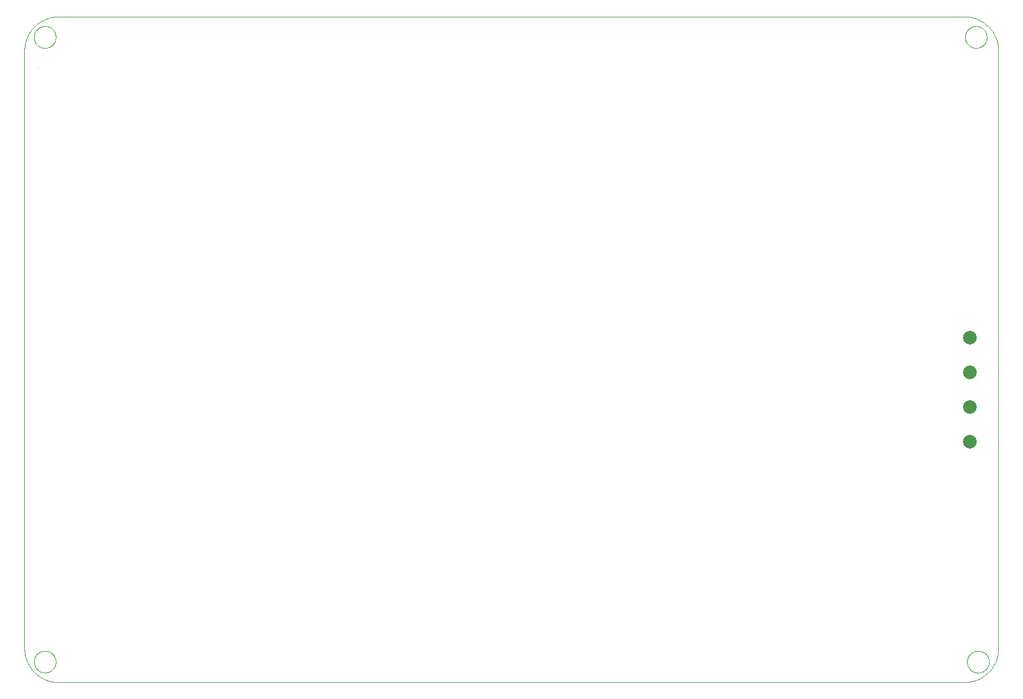
<source format=gtl>
G75*
%MOIN*%
%OFA0B0*%
%FSLAX25Y25*%
%IPPOS*%
%LPD*%
%AMOC8*
5,1,8,0,0,1.08239X$1,22.5*
%
%ADD10C,0.00000*%
%ADD11C,0.00010*%
%ADD12C,0.00079*%
%ADD13C,0.07874*%
D10*
X0043532Y0048863D02*
X0043534Y0049021D01*
X0043540Y0049179D01*
X0043550Y0049337D01*
X0043564Y0049495D01*
X0043582Y0049652D01*
X0043603Y0049809D01*
X0043629Y0049965D01*
X0043659Y0050121D01*
X0043692Y0050276D01*
X0043730Y0050429D01*
X0043771Y0050582D01*
X0043816Y0050734D01*
X0043865Y0050885D01*
X0043918Y0051034D01*
X0043974Y0051182D01*
X0044034Y0051328D01*
X0044098Y0051473D01*
X0044166Y0051616D01*
X0044237Y0051758D01*
X0044311Y0051898D01*
X0044389Y0052035D01*
X0044471Y0052171D01*
X0044555Y0052305D01*
X0044644Y0052436D01*
X0044735Y0052565D01*
X0044830Y0052692D01*
X0044927Y0052817D01*
X0045028Y0052939D01*
X0045132Y0053058D01*
X0045239Y0053175D01*
X0045349Y0053289D01*
X0045462Y0053400D01*
X0045577Y0053509D01*
X0045695Y0053614D01*
X0045816Y0053716D01*
X0045939Y0053816D01*
X0046065Y0053912D01*
X0046193Y0054005D01*
X0046323Y0054095D01*
X0046456Y0054181D01*
X0046591Y0054265D01*
X0046727Y0054344D01*
X0046866Y0054421D01*
X0047007Y0054493D01*
X0047149Y0054563D01*
X0047293Y0054628D01*
X0047439Y0054690D01*
X0047586Y0054748D01*
X0047735Y0054803D01*
X0047885Y0054854D01*
X0048036Y0054901D01*
X0048188Y0054944D01*
X0048341Y0054983D01*
X0048496Y0055019D01*
X0048651Y0055050D01*
X0048807Y0055078D01*
X0048963Y0055102D01*
X0049120Y0055122D01*
X0049278Y0055138D01*
X0049435Y0055150D01*
X0049594Y0055158D01*
X0049752Y0055162D01*
X0049910Y0055162D01*
X0050068Y0055158D01*
X0050227Y0055150D01*
X0050384Y0055138D01*
X0050542Y0055122D01*
X0050699Y0055102D01*
X0050855Y0055078D01*
X0051011Y0055050D01*
X0051166Y0055019D01*
X0051321Y0054983D01*
X0051474Y0054944D01*
X0051626Y0054901D01*
X0051777Y0054854D01*
X0051927Y0054803D01*
X0052076Y0054748D01*
X0052223Y0054690D01*
X0052369Y0054628D01*
X0052513Y0054563D01*
X0052655Y0054493D01*
X0052796Y0054421D01*
X0052935Y0054344D01*
X0053071Y0054265D01*
X0053206Y0054181D01*
X0053339Y0054095D01*
X0053469Y0054005D01*
X0053597Y0053912D01*
X0053723Y0053816D01*
X0053846Y0053716D01*
X0053967Y0053614D01*
X0054085Y0053509D01*
X0054200Y0053400D01*
X0054313Y0053289D01*
X0054423Y0053175D01*
X0054530Y0053058D01*
X0054634Y0052939D01*
X0054735Y0052817D01*
X0054832Y0052692D01*
X0054927Y0052565D01*
X0055018Y0052436D01*
X0055107Y0052305D01*
X0055191Y0052171D01*
X0055273Y0052035D01*
X0055351Y0051898D01*
X0055425Y0051758D01*
X0055496Y0051616D01*
X0055564Y0051473D01*
X0055628Y0051328D01*
X0055688Y0051182D01*
X0055744Y0051034D01*
X0055797Y0050885D01*
X0055846Y0050734D01*
X0055891Y0050582D01*
X0055932Y0050429D01*
X0055970Y0050276D01*
X0056003Y0050121D01*
X0056033Y0049965D01*
X0056059Y0049809D01*
X0056080Y0049652D01*
X0056098Y0049495D01*
X0056112Y0049337D01*
X0056122Y0049179D01*
X0056128Y0049021D01*
X0056130Y0048863D01*
X0056128Y0048705D01*
X0056122Y0048547D01*
X0056112Y0048389D01*
X0056098Y0048231D01*
X0056080Y0048074D01*
X0056059Y0047917D01*
X0056033Y0047761D01*
X0056003Y0047605D01*
X0055970Y0047450D01*
X0055932Y0047297D01*
X0055891Y0047144D01*
X0055846Y0046992D01*
X0055797Y0046841D01*
X0055744Y0046692D01*
X0055688Y0046544D01*
X0055628Y0046398D01*
X0055564Y0046253D01*
X0055496Y0046110D01*
X0055425Y0045968D01*
X0055351Y0045828D01*
X0055273Y0045691D01*
X0055191Y0045555D01*
X0055107Y0045421D01*
X0055018Y0045290D01*
X0054927Y0045161D01*
X0054832Y0045034D01*
X0054735Y0044909D01*
X0054634Y0044787D01*
X0054530Y0044668D01*
X0054423Y0044551D01*
X0054313Y0044437D01*
X0054200Y0044326D01*
X0054085Y0044217D01*
X0053967Y0044112D01*
X0053846Y0044010D01*
X0053723Y0043910D01*
X0053597Y0043814D01*
X0053469Y0043721D01*
X0053339Y0043631D01*
X0053206Y0043545D01*
X0053071Y0043461D01*
X0052935Y0043382D01*
X0052796Y0043305D01*
X0052655Y0043233D01*
X0052513Y0043163D01*
X0052369Y0043098D01*
X0052223Y0043036D01*
X0052076Y0042978D01*
X0051927Y0042923D01*
X0051777Y0042872D01*
X0051626Y0042825D01*
X0051474Y0042782D01*
X0051321Y0042743D01*
X0051166Y0042707D01*
X0051011Y0042676D01*
X0050855Y0042648D01*
X0050699Y0042624D01*
X0050542Y0042604D01*
X0050384Y0042588D01*
X0050227Y0042576D01*
X0050068Y0042568D01*
X0049910Y0042564D01*
X0049752Y0042564D01*
X0049594Y0042568D01*
X0049435Y0042576D01*
X0049278Y0042588D01*
X0049120Y0042604D01*
X0048963Y0042624D01*
X0048807Y0042648D01*
X0048651Y0042676D01*
X0048496Y0042707D01*
X0048341Y0042743D01*
X0048188Y0042782D01*
X0048036Y0042825D01*
X0047885Y0042872D01*
X0047735Y0042923D01*
X0047586Y0042978D01*
X0047439Y0043036D01*
X0047293Y0043098D01*
X0047149Y0043163D01*
X0047007Y0043233D01*
X0046866Y0043305D01*
X0046727Y0043382D01*
X0046591Y0043461D01*
X0046456Y0043545D01*
X0046323Y0043631D01*
X0046193Y0043721D01*
X0046065Y0043814D01*
X0045939Y0043910D01*
X0045816Y0044010D01*
X0045695Y0044112D01*
X0045577Y0044217D01*
X0045462Y0044326D01*
X0045349Y0044437D01*
X0045239Y0044551D01*
X0045132Y0044668D01*
X0045028Y0044787D01*
X0044927Y0044909D01*
X0044830Y0045034D01*
X0044735Y0045161D01*
X0044644Y0045290D01*
X0044555Y0045421D01*
X0044471Y0045555D01*
X0044389Y0045691D01*
X0044311Y0045828D01*
X0044237Y0045968D01*
X0044166Y0046110D01*
X0044098Y0046253D01*
X0044034Y0046398D01*
X0043974Y0046544D01*
X0043918Y0046692D01*
X0043865Y0046841D01*
X0043816Y0046992D01*
X0043771Y0047144D01*
X0043730Y0047297D01*
X0043692Y0047450D01*
X0043659Y0047605D01*
X0043629Y0047761D01*
X0043603Y0047917D01*
X0043582Y0048074D01*
X0043564Y0048231D01*
X0043550Y0048389D01*
X0043540Y0048547D01*
X0043534Y0048705D01*
X0043532Y0048863D01*
X0043532Y0409020D02*
X0043534Y0409178D01*
X0043540Y0409336D01*
X0043550Y0409494D01*
X0043564Y0409652D01*
X0043582Y0409809D01*
X0043603Y0409966D01*
X0043629Y0410122D01*
X0043659Y0410278D01*
X0043692Y0410433D01*
X0043730Y0410586D01*
X0043771Y0410739D01*
X0043816Y0410891D01*
X0043865Y0411042D01*
X0043918Y0411191D01*
X0043974Y0411339D01*
X0044034Y0411485D01*
X0044098Y0411630D01*
X0044166Y0411773D01*
X0044237Y0411915D01*
X0044311Y0412055D01*
X0044389Y0412192D01*
X0044471Y0412328D01*
X0044555Y0412462D01*
X0044644Y0412593D01*
X0044735Y0412722D01*
X0044830Y0412849D01*
X0044927Y0412974D01*
X0045028Y0413096D01*
X0045132Y0413215D01*
X0045239Y0413332D01*
X0045349Y0413446D01*
X0045462Y0413557D01*
X0045577Y0413666D01*
X0045695Y0413771D01*
X0045816Y0413873D01*
X0045939Y0413973D01*
X0046065Y0414069D01*
X0046193Y0414162D01*
X0046323Y0414252D01*
X0046456Y0414338D01*
X0046591Y0414422D01*
X0046727Y0414501D01*
X0046866Y0414578D01*
X0047007Y0414650D01*
X0047149Y0414720D01*
X0047293Y0414785D01*
X0047439Y0414847D01*
X0047586Y0414905D01*
X0047735Y0414960D01*
X0047885Y0415011D01*
X0048036Y0415058D01*
X0048188Y0415101D01*
X0048341Y0415140D01*
X0048496Y0415176D01*
X0048651Y0415207D01*
X0048807Y0415235D01*
X0048963Y0415259D01*
X0049120Y0415279D01*
X0049278Y0415295D01*
X0049435Y0415307D01*
X0049594Y0415315D01*
X0049752Y0415319D01*
X0049910Y0415319D01*
X0050068Y0415315D01*
X0050227Y0415307D01*
X0050384Y0415295D01*
X0050542Y0415279D01*
X0050699Y0415259D01*
X0050855Y0415235D01*
X0051011Y0415207D01*
X0051166Y0415176D01*
X0051321Y0415140D01*
X0051474Y0415101D01*
X0051626Y0415058D01*
X0051777Y0415011D01*
X0051927Y0414960D01*
X0052076Y0414905D01*
X0052223Y0414847D01*
X0052369Y0414785D01*
X0052513Y0414720D01*
X0052655Y0414650D01*
X0052796Y0414578D01*
X0052935Y0414501D01*
X0053071Y0414422D01*
X0053206Y0414338D01*
X0053339Y0414252D01*
X0053469Y0414162D01*
X0053597Y0414069D01*
X0053723Y0413973D01*
X0053846Y0413873D01*
X0053967Y0413771D01*
X0054085Y0413666D01*
X0054200Y0413557D01*
X0054313Y0413446D01*
X0054423Y0413332D01*
X0054530Y0413215D01*
X0054634Y0413096D01*
X0054735Y0412974D01*
X0054832Y0412849D01*
X0054927Y0412722D01*
X0055018Y0412593D01*
X0055107Y0412462D01*
X0055191Y0412328D01*
X0055273Y0412192D01*
X0055351Y0412055D01*
X0055425Y0411915D01*
X0055496Y0411773D01*
X0055564Y0411630D01*
X0055628Y0411485D01*
X0055688Y0411339D01*
X0055744Y0411191D01*
X0055797Y0411042D01*
X0055846Y0410891D01*
X0055891Y0410739D01*
X0055932Y0410586D01*
X0055970Y0410433D01*
X0056003Y0410278D01*
X0056033Y0410122D01*
X0056059Y0409966D01*
X0056080Y0409809D01*
X0056098Y0409652D01*
X0056112Y0409494D01*
X0056122Y0409336D01*
X0056128Y0409178D01*
X0056130Y0409020D01*
X0056128Y0408862D01*
X0056122Y0408704D01*
X0056112Y0408546D01*
X0056098Y0408388D01*
X0056080Y0408231D01*
X0056059Y0408074D01*
X0056033Y0407918D01*
X0056003Y0407762D01*
X0055970Y0407607D01*
X0055932Y0407454D01*
X0055891Y0407301D01*
X0055846Y0407149D01*
X0055797Y0406998D01*
X0055744Y0406849D01*
X0055688Y0406701D01*
X0055628Y0406555D01*
X0055564Y0406410D01*
X0055496Y0406267D01*
X0055425Y0406125D01*
X0055351Y0405985D01*
X0055273Y0405848D01*
X0055191Y0405712D01*
X0055107Y0405578D01*
X0055018Y0405447D01*
X0054927Y0405318D01*
X0054832Y0405191D01*
X0054735Y0405066D01*
X0054634Y0404944D01*
X0054530Y0404825D01*
X0054423Y0404708D01*
X0054313Y0404594D01*
X0054200Y0404483D01*
X0054085Y0404374D01*
X0053967Y0404269D01*
X0053846Y0404167D01*
X0053723Y0404067D01*
X0053597Y0403971D01*
X0053469Y0403878D01*
X0053339Y0403788D01*
X0053206Y0403702D01*
X0053071Y0403618D01*
X0052935Y0403539D01*
X0052796Y0403462D01*
X0052655Y0403390D01*
X0052513Y0403320D01*
X0052369Y0403255D01*
X0052223Y0403193D01*
X0052076Y0403135D01*
X0051927Y0403080D01*
X0051777Y0403029D01*
X0051626Y0402982D01*
X0051474Y0402939D01*
X0051321Y0402900D01*
X0051166Y0402864D01*
X0051011Y0402833D01*
X0050855Y0402805D01*
X0050699Y0402781D01*
X0050542Y0402761D01*
X0050384Y0402745D01*
X0050227Y0402733D01*
X0050068Y0402725D01*
X0049910Y0402721D01*
X0049752Y0402721D01*
X0049594Y0402725D01*
X0049435Y0402733D01*
X0049278Y0402745D01*
X0049120Y0402761D01*
X0048963Y0402781D01*
X0048807Y0402805D01*
X0048651Y0402833D01*
X0048496Y0402864D01*
X0048341Y0402900D01*
X0048188Y0402939D01*
X0048036Y0402982D01*
X0047885Y0403029D01*
X0047735Y0403080D01*
X0047586Y0403135D01*
X0047439Y0403193D01*
X0047293Y0403255D01*
X0047149Y0403320D01*
X0047007Y0403390D01*
X0046866Y0403462D01*
X0046727Y0403539D01*
X0046591Y0403618D01*
X0046456Y0403702D01*
X0046323Y0403788D01*
X0046193Y0403878D01*
X0046065Y0403971D01*
X0045939Y0404067D01*
X0045816Y0404167D01*
X0045695Y0404269D01*
X0045577Y0404374D01*
X0045462Y0404483D01*
X0045349Y0404594D01*
X0045239Y0404708D01*
X0045132Y0404825D01*
X0045028Y0404944D01*
X0044927Y0405066D01*
X0044830Y0405191D01*
X0044735Y0405318D01*
X0044644Y0405447D01*
X0044555Y0405578D01*
X0044471Y0405712D01*
X0044389Y0405848D01*
X0044311Y0405985D01*
X0044237Y0406125D01*
X0044166Y0406267D01*
X0044098Y0406410D01*
X0044034Y0406555D01*
X0043974Y0406701D01*
X0043918Y0406849D01*
X0043865Y0406998D01*
X0043816Y0407149D01*
X0043771Y0407301D01*
X0043730Y0407454D01*
X0043692Y0407607D01*
X0043659Y0407762D01*
X0043629Y0407918D01*
X0043603Y0408074D01*
X0043582Y0408231D01*
X0043564Y0408388D01*
X0043550Y0408546D01*
X0043540Y0408704D01*
X0043534Y0408862D01*
X0043532Y0409020D01*
X0580855Y0409020D02*
X0580857Y0409178D01*
X0580863Y0409336D01*
X0580873Y0409494D01*
X0580887Y0409652D01*
X0580905Y0409809D01*
X0580926Y0409966D01*
X0580952Y0410122D01*
X0580982Y0410278D01*
X0581015Y0410433D01*
X0581053Y0410586D01*
X0581094Y0410739D01*
X0581139Y0410891D01*
X0581188Y0411042D01*
X0581241Y0411191D01*
X0581297Y0411339D01*
X0581357Y0411485D01*
X0581421Y0411630D01*
X0581489Y0411773D01*
X0581560Y0411915D01*
X0581634Y0412055D01*
X0581712Y0412192D01*
X0581794Y0412328D01*
X0581878Y0412462D01*
X0581967Y0412593D01*
X0582058Y0412722D01*
X0582153Y0412849D01*
X0582250Y0412974D01*
X0582351Y0413096D01*
X0582455Y0413215D01*
X0582562Y0413332D01*
X0582672Y0413446D01*
X0582785Y0413557D01*
X0582900Y0413666D01*
X0583018Y0413771D01*
X0583139Y0413873D01*
X0583262Y0413973D01*
X0583388Y0414069D01*
X0583516Y0414162D01*
X0583646Y0414252D01*
X0583779Y0414338D01*
X0583914Y0414422D01*
X0584050Y0414501D01*
X0584189Y0414578D01*
X0584330Y0414650D01*
X0584472Y0414720D01*
X0584616Y0414785D01*
X0584762Y0414847D01*
X0584909Y0414905D01*
X0585058Y0414960D01*
X0585208Y0415011D01*
X0585359Y0415058D01*
X0585511Y0415101D01*
X0585664Y0415140D01*
X0585819Y0415176D01*
X0585974Y0415207D01*
X0586130Y0415235D01*
X0586286Y0415259D01*
X0586443Y0415279D01*
X0586601Y0415295D01*
X0586758Y0415307D01*
X0586917Y0415315D01*
X0587075Y0415319D01*
X0587233Y0415319D01*
X0587391Y0415315D01*
X0587550Y0415307D01*
X0587707Y0415295D01*
X0587865Y0415279D01*
X0588022Y0415259D01*
X0588178Y0415235D01*
X0588334Y0415207D01*
X0588489Y0415176D01*
X0588644Y0415140D01*
X0588797Y0415101D01*
X0588949Y0415058D01*
X0589100Y0415011D01*
X0589250Y0414960D01*
X0589399Y0414905D01*
X0589546Y0414847D01*
X0589692Y0414785D01*
X0589836Y0414720D01*
X0589978Y0414650D01*
X0590119Y0414578D01*
X0590258Y0414501D01*
X0590394Y0414422D01*
X0590529Y0414338D01*
X0590662Y0414252D01*
X0590792Y0414162D01*
X0590920Y0414069D01*
X0591046Y0413973D01*
X0591169Y0413873D01*
X0591290Y0413771D01*
X0591408Y0413666D01*
X0591523Y0413557D01*
X0591636Y0413446D01*
X0591746Y0413332D01*
X0591853Y0413215D01*
X0591957Y0413096D01*
X0592058Y0412974D01*
X0592155Y0412849D01*
X0592250Y0412722D01*
X0592341Y0412593D01*
X0592430Y0412462D01*
X0592514Y0412328D01*
X0592596Y0412192D01*
X0592674Y0412055D01*
X0592748Y0411915D01*
X0592819Y0411773D01*
X0592887Y0411630D01*
X0592951Y0411485D01*
X0593011Y0411339D01*
X0593067Y0411191D01*
X0593120Y0411042D01*
X0593169Y0410891D01*
X0593214Y0410739D01*
X0593255Y0410586D01*
X0593293Y0410433D01*
X0593326Y0410278D01*
X0593356Y0410122D01*
X0593382Y0409966D01*
X0593403Y0409809D01*
X0593421Y0409652D01*
X0593435Y0409494D01*
X0593445Y0409336D01*
X0593451Y0409178D01*
X0593453Y0409020D01*
X0593451Y0408862D01*
X0593445Y0408704D01*
X0593435Y0408546D01*
X0593421Y0408388D01*
X0593403Y0408231D01*
X0593382Y0408074D01*
X0593356Y0407918D01*
X0593326Y0407762D01*
X0593293Y0407607D01*
X0593255Y0407454D01*
X0593214Y0407301D01*
X0593169Y0407149D01*
X0593120Y0406998D01*
X0593067Y0406849D01*
X0593011Y0406701D01*
X0592951Y0406555D01*
X0592887Y0406410D01*
X0592819Y0406267D01*
X0592748Y0406125D01*
X0592674Y0405985D01*
X0592596Y0405848D01*
X0592514Y0405712D01*
X0592430Y0405578D01*
X0592341Y0405447D01*
X0592250Y0405318D01*
X0592155Y0405191D01*
X0592058Y0405066D01*
X0591957Y0404944D01*
X0591853Y0404825D01*
X0591746Y0404708D01*
X0591636Y0404594D01*
X0591523Y0404483D01*
X0591408Y0404374D01*
X0591290Y0404269D01*
X0591169Y0404167D01*
X0591046Y0404067D01*
X0590920Y0403971D01*
X0590792Y0403878D01*
X0590662Y0403788D01*
X0590529Y0403702D01*
X0590394Y0403618D01*
X0590258Y0403539D01*
X0590119Y0403462D01*
X0589978Y0403390D01*
X0589836Y0403320D01*
X0589692Y0403255D01*
X0589546Y0403193D01*
X0589399Y0403135D01*
X0589250Y0403080D01*
X0589100Y0403029D01*
X0588949Y0402982D01*
X0588797Y0402939D01*
X0588644Y0402900D01*
X0588489Y0402864D01*
X0588334Y0402833D01*
X0588178Y0402805D01*
X0588022Y0402781D01*
X0587865Y0402761D01*
X0587707Y0402745D01*
X0587550Y0402733D01*
X0587391Y0402725D01*
X0587233Y0402721D01*
X0587075Y0402721D01*
X0586917Y0402725D01*
X0586758Y0402733D01*
X0586601Y0402745D01*
X0586443Y0402761D01*
X0586286Y0402781D01*
X0586130Y0402805D01*
X0585974Y0402833D01*
X0585819Y0402864D01*
X0585664Y0402900D01*
X0585511Y0402939D01*
X0585359Y0402982D01*
X0585208Y0403029D01*
X0585058Y0403080D01*
X0584909Y0403135D01*
X0584762Y0403193D01*
X0584616Y0403255D01*
X0584472Y0403320D01*
X0584330Y0403390D01*
X0584189Y0403462D01*
X0584050Y0403539D01*
X0583914Y0403618D01*
X0583779Y0403702D01*
X0583646Y0403788D01*
X0583516Y0403878D01*
X0583388Y0403971D01*
X0583262Y0404067D01*
X0583139Y0404167D01*
X0583018Y0404269D01*
X0582900Y0404374D01*
X0582785Y0404483D01*
X0582672Y0404594D01*
X0582562Y0404708D01*
X0582455Y0404825D01*
X0582351Y0404944D01*
X0582250Y0405066D01*
X0582153Y0405191D01*
X0582058Y0405318D01*
X0581967Y0405447D01*
X0581878Y0405578D01*
X0581794Y0405712D01*
X0581712Y0405848D01*
X0581634Y0405985D01*
X0581560Y0406125D01*
X0581489Y0406267D01*
X0581421Y0406410D01*
X0581357Y0406555D01*
X0581297Y0406701D01*
X0581241Y0406849D01*
X0581188Y0406998D01*
X0581139Y0407149D01*
X0581094Y0407301D01*
X0581053Y0407454D01*
X0581015Y0407607D01*
X0580982Y0407762D01*
X0580952Y0407918D01*
X0580926Y0408074D01*
X0580905Y0408231D01*
X0580887Y0408388D01*
X0580873Y0408546D01*
X0580863Y0408704D01*
X0580857Y0408862D01*
X0580855Y0409020D01*
X0582036Y0048863D02*
X0582038Y0049021D01*
X0582044Y0049179D01*
X0582054Y0049337D01*
X0582068Y0049495D01*
X0582086Y0049652D01*
X0582107Y0049809D01*
X0582133Y0049965D01*
X0582163Y0050121D01*
X0582196Y0050276D01*
X0582234Y0050429D01*
X0582275Y0050582D01*
X0582320Y0050734D01*
X0582369Y0050885D01*
X0582422Y0051034D01*
X0582478Y0051182D01*
X0582538Y0051328D01*
X0582602Y0051473D01*
X0582670Y0051616D01*
X0582741Y0051758D01*
X0582815Y0051898D01*
X0582893Y0052035D01*
X0582975Y0052171D01*
X0583059Y0052305D01*
X0583148Y0052436D01*
X0583239Y0052565D01*
X0583334Y0052692D01*
X0583431Y0052817D01*
X0583532Y0052939D01*
X0583636Y0053058D01*
X0583743Y0053175D01*
X0583853Y0053289D01*
X0583966Y0053400D01*
X0584081Y0053509D01*
X0584199Y0053614D01*
X0584320Y0053716D01*
X0584443Y0053816D01*
X0584569Y0053912D01*
X0584697Y0054005D01*
X0584827Y0054095D01*
X0584960Y0054181D01*
X0585095Y0054265D01*
X0585231Y0054344D01*
X0585370Y0054421D01*
X0585511Y0054493D01*
X0585653Y0054563D01*
X0585797Y0054628D01*
X0585943Y0054690D01*
X0586090Y0054748D01*
X0586239Y0054803D01*
X0586389Y0054854D01*
X0586540Y0054901D01*
X0586692Y0054944D01*
X0586845Y0054983D01*
X0587000Y0055019D01*
X0587155Y0055050D01*
X0587311Y0055078D01*
X0587467Y0055102D01*
X0587624Y0055122D01*
X0587782Y0055138D01*
X0587939Y0055150D01*
X0588098Y0055158D01*
X0588256Y0055162D01*
X0588414Y0055162D01*
X0588572Y0055158D01*
X0588731Y0055150D01*
X0588888Y0055138D01*
X0589046Y0055122D01*
X0589203Y0055102D01*
X0589359Y0055078D01*
X0589515Y0055050D01*
X0589670Y0055019D01*
X0589825Y0054983D01*
X0589978Y0054944D01*
X0590130Y0054901D01*
X0590281Y0054854D01*
X0590431Y0054803D01*
X0590580Y0054748D01*
X0590727Y0054690D01*
X0590873Y0054628D01*
X0591017Y0054563D01*
X0591159Y0054493D01*
X0591300Y0054421D01*
X0591439Y0054344D01*
X0591575Y0054265D01*
X0591710Y0054181D01*
X0591843Y0054095D01*
X0591973Y0054005D01*
X0592101Y0053912D01*
X0592227Y0053816D01*
X0592350Y0053716D01*
X0592471Y0053614D01*
X0592589Y0053509D01*
X0592704Y0053400D01*
X0592817Y0053289D01*
X0592927Y0053175D01*
X0593034Y0053058D01*
X0593138Y0052939D01*
X0593239Y0052817D01*
X0593336Y0052692D01*
X0593431Y0052565D01*
X0593522Y0052436D01*
X0593611Y0052305D01*
X0593695Y0052171D01*
X0593777Y0052035D01*
X0593855Y0051898D01*
X0593929Y0051758D01*
X0594000Y0051616D01*
X0594068Y0051473D01*
X0594132Y0051328D01*
X0594192Y0051182D01*
X0594248Y0051034D01*
X0594301Y0050885D01*
X0594350Y0050734D01*
X0594395Y0050582D01*
X0594436Y0050429D01*
X0594474Y0050276D01*
X0594507Y0050121D01*
X0594537Y0049965D01*
X0594563Y0049809D01*
X0594584Y0049652D01*
X0594602Y0049495D01*
X0594616Y0049337D01*
X0594626Y0049179D01*
X0594632Y0049021D01*
X0594634Y0048863D01*
X0594632Y0048705D01*
X0594626Y0048547D01*
X0594616Y0048389D01*
X0594602Y0048231D01*
X0594584Y0048074D01*
X0594563Y0047917D01*
X0594537Y0047761D01*
X0594507Y0047605D01*
X0594474Y0047450D01*
X0594436Y0047297D01*
X0594395Y0047144D01*
X0594350Y0046992D01*
X0594301Y0046841D01*
X0594248Y0046692D01*
X0594192Y0046544D01*
X0594132Y0046398D01*
X0594068Y0046253D01*
X0594000Y0046110D01*
X0593929Y0045968D01*
X0593855Y0045828D01*
X0593777Y0045691D01*
X0593695Y0045555D01*
X0593611Y0045421D01*
X0593522Y0045290D01*
X0593431Y0045161D01*
X0593336Y0045034D01*
X0593239Y0044909D01*
X0593138Y0044787D01*
X0593034Y0044668D01*
X0592927Y0044551D01*
X0592817Y0044437D01*
X0592704Y0044326D01*
X0592589Y0044217D01*
X0592471Y0044112D01*
X0592350Y0044010D01*
X0592227Y0043910D01*
X0592101Y0043814D01*
X0591973Y0043721D01*
X0591843Y0043631D01*
X0591710Y0043545D01*
X0591575Y0043461D01*
X0591439Y0043382D01*
X0591300Y0043305D01*
X0591159Y0043233D01*
X0591017Y0043163D01*
X0590873Y0043098D01*
X0590727Y0043036D01*
X0590580Y0042978D01*
X0590431Y0042923D01*
X0590281Y0042872D01*
X0590130Y0042825D01*
X0589978Y0042782D01*
X0589825Y0042743D01*
X0589670Y0042707D01*
X0589515Y0042676D01*
X0589359Y0042648D01*
X0589203Y0042624D01*
X0589046Y0042604D01*
X0588888Y0042588D01*
X0588731Y0042576D01*
X0588572Y0042568D01*
X0588414Y0042564D01*
X0588256Y0042564D01*
X0588098Y0042568D01*
X0587939Y0042576D01*
X0587782Y0042588D01*
X0587624Y0042604D01*
X0587467Y0042624D01*
X0587311Y0042648D01*
X0587155Y0042676D01*
X0587000Y0042707D01*
X0586845Y0042743D01*
X0586692Y0042782D01*
X0586540Y0042825D01*
X0586389Y0042872D01*
X0586239Y0042923D01*
X0586090Y0042978D01*
X0585943Y0043036D01*
X0585797Y0043098D01*
X0585653Y0043163D01*
X0585511Y0043233D01*
X0585370Y0043305D01*
X0585231Y0043382D01*
X0585095Y0043461D01*
X0584960Y0043545D01*
X0584827Y0043631D01*
X0584697Y0043721D01*
X0584569Y0043814D01*
X0584443Y0043910D01*
X0584320Y0044010D01*
X0584199Y0044112D01*
X0584081Y0044217D01*
X0583966Y0044326D01*
X0583853Y0044437D01*
X0583743Y0044551D01*
X0583636Y0044668D01*
X0583532Y0044787D01*
X0583431Y0044909D01*
X0583334Y0045034D01*
X0583239Y0045161D01*
X0583148Y0045290D01*
X0583059Y0045421D01*
X0582975Y0045555D01*
X0582893Y0045691D01*
X0582815Y0045828D01*
X0582741Y0045968D01*
X0582670Y0046110D01*
X0582602Y0046253D01*
X0582538Y0046398D01*
X0582478Y0046544D01*
X0582422Y0046692D01*
X0582369Y0046841D01*
X0582320Y0046992D01*
X0582275Y0047144D01*
X0582234Y0047297D01*
X0582196Y0047450D01*
X0582163Y0047605D01*
X0582133Y0047761D01*
X0582107Y0047917D01*
X0582086Y0048074D01*
X0582068Y0048231D01*
X0582054Y0048389D01*
X0582044Y0048547D01*
X0582038Y0048705D01*
X0582036Y0048863D01*
D11*
X0045926Y0391052D02*
X0045920Y0391052D01*
D12*
X0057706Y0037052D02*
X0580383Y0037052D01*
X0580859Y0037058D01*
X0581334Y0037075D01*
X0581809Y0037104D01*
X0582283Y0037144D01*
X0582756Y0037196D01*
X0583227Y0037259D01*
X0583697Y0037333D01*
X0584165Y0037419D01*
X0584631Y0037516D01*
X0585094Y0037624D01*
X0585554Y0037743D01*
X0586012Y0037874D01*
X0586466Y0038015D01*
X0586917Y0038168D01*
X0587363Y0038331D01*
X0587806Y0038505D01*
X0588244Y0038690D01*
X0588678Y0038885D01*
X0589107Y0039091D01*
X0589531Y0039307D01*
X0589950Y0039533D01*
X0590363Y0039769D01*
X0590770Y0040015D01*
X0591171Y0040271D01*
X0591565Y0040537D01*
X0591954Y0040812D01*
X0592335Y0041096D01*
X0592709Y0041389D01*
X0593077Y0041691D01*
X0593437Y0042003D01*
X0593789Y0042322D01*
X0594133Y0042650D01*
X0594470Y0042987D01*
X0594798Y0043331D01*
X0595117Y0043683D01*
X0595429Y0044043D01*
X0595731Y0044411D01*
X0596024Y0044785D01*
X0596308Y0045166D01*
X0596583Y0045555D01*
X0596849Y0045949D01*
X0597105Y0046350D01*
X0597351Y0046757D01*
X0597587Y0047170D01*
X0597813Y0047589D01*
X0598029Y0048013D01*
X0598235Y0048442D01*
X0598430Y0048876D01*
X0598615Y0049314D01*
X0598789Y0049757D01*
X0598952Y0050203D01*
X0599105Y0050654D01*
X0599246Y0051108D01*
X0599377Y0051566D01*
X0599496Y0052026D01*
X0599604Y0052489D01*
X0599701Y0052955D01*
X0599787Y0053423D01*
X0599861Y0053893D01*
X0599924Y0054364D01*
X0599976Y0054837D01*
X0600016Y0055311D01*
X0600045Y0055786D01*
X0600062Y0056261D01*
X0600068Y0056737D01*
X0600068Y0401146D01*
X0600062Y0401622D01*
X0600045Y0402097D01*
X0600016Y0402572D01*
X0599976Y0403046D01*
X0599924Y0403519D01*
X0599861Y0403990D01*
X0599787Y0404460D01*
X0599701Y0404928D01*
X0599604Y0405394D01*
X0599496Y0405857D01*
X0599377Y0406317D01*
X0599246Y0406775D01*
X0599105Y0407229D01*
X0598952Y0407680D01*
X0598789Y0408126D01*
X0598615Y0408569D01*
X0598430Y0409007D01*
X0598235Y0409441D01*
X0598029Y0409870D01*
X0597813Y0410294D01*
X0597587Y0410713D01*
X0597351Y0411126D01*
X0597105Y0411533D01*
X0596849Y0411934D01*
X0596583Y0412328D01*
X0596308Y0412717D01*
X0596024Y0413098D01*
X0595731Y0413472D01*
X0595429Y0413840D01*
X0595117Y0414200D01*
X0594798Y0414552D01*
X0594470Y0414896D01*
X0594133Y0415233D01*
X0593789Y0415561D01*
X0593437Y0415880D01*
X0593077Y0416192D01*
X0592709Y0416494D01*
X0592335Y0416787D01*
X0591954Y0417071D01*
X0591565Y0417346D01*
X0591171Y0417612D01*
X0590770Y0417868D01*
X0590363Y0418114D01*
X0589950Y0418350D01*
X0589531Y0418576D01*
X0589107Y0418792D01*
X0588678Y0418998D01*
X0588244Y0419193D01*
X0587806Y0419378D01*
X0587363Y0419552D01*
X0586917Y0419715D01*
X0586466Y0419868D01*
X0586012Y0420009D01*
X0585554Y0420140D01*
X0585094Y0420259D01*
X0584631Y0420367D01*
X0584165Y0420464D01*
X0583697Y0420550D01*
X0583227Y0420624D01*
X0582756Y0420687D01*
X0582283Y0420739D01*
X0581809Y0420779D01*
X0581334Y0420808D01*
X0580859Y0420825D01*
X0580383Y0420831D01*
X0057706Y0420831D01*
X0057230Y0420825D01*
X0056755Y0420808D01*
X0056280Y0420779D01*
X0055806Y0420739D01*
X0055333Y0420687D01*
X0054862Y0420624D01*
X0054392Y0420550D01*
X0053924Y0420464D01*
X0053458Y0420367D01*
X0052995Y0420259D01*
X0052535Y0420140D01*
X0052077Y0420009D01*
X0051623Y0419868D01*
X0051172Y0419715D01*
X0050726Y0419552D01*
X0050283Y0419378D01*
X0049845Y0419193D01*
X0049411Y0418998D01*
X0048982Y0418792D01*
X0048558Y0418576D01*
X0048139Y0418350D01*
X0047726Y0418114D01*
X0047319Y0417868D01*
X0046918Y0417612D01*
X0046524Y0417346D01*
X0046135Y0417071D01*
X0045754Y0416787D01*
X0045380Y0416494D01*
X0045012Y0416192D01*
X0044652Y0415880D01*
X0044300Y0415561D01*
X0043956Y0415233D01*
X0043619Y0414896D01*
X0043291Y0414552D01*
X0042972Y0414200D01*
X0042660Y0413840D01*
X0042358Y0413472D01*
X0042065Y0413098D01*
X0041781Y0412717D01*
X0041506Y0412328D01*
X0041240Y0411934D01*
X0040984Y0411533D01*
X0040738Y0411126D01*
X0040502Y0410713D01*
X0040276Y0410294D01*
X0040060Y0409870D01*
X0039854Y0409441D01*
X0039659Y0409007D01*
X0039474Y0408569D01*
X0039300Y0408126D01*
X0039137Y0407680D01*
X0038984Y0407229D01*
X0038843Y0406775D01*
X0038712Y0406317D01*
X0038593Y0405857D01*
X0038485Y0405394D01*
X0038388Y0404928D01*
X0038302Y0404460D01*
X0038228Y0403990D01*
X0038165Y0403519D01*
X0038113Y0403046D01*
X0038073Y0402572D01*
X0038044Y0402097D01*
X0038027Y0401622D01*
X0038021Y0401146D01*
X0038020Y0401146D02*
X0038020Y0056737D01*
X0038021Y0056737D02*
X0038027Y0056261D01*
X0038044Y0055786D01*
X0038073Y0055311D01*
X0038113Y0054837D01*
X0038165Y0054364D01*
X0038228Y0053893D01*
X0038302Y0053423D01*
X0038388Y0052955D01*
X0038485Y0052489D01*
X0038593Y0052026D01*
X0038712Y0051566D01*
X0038843Y0051108D01*
X0038984Y0050654D01*
X0039137Y0050203D01*
X0039300Y0049757D01*
X0039474Y0049314D01*
X0039659Y0048876D01*
X0039854Y0048442D01*
X0040060Y0048013D01*
X0040276Y0047589D01*
X0040502Y0047170D01*
X0040738Y0046757D01*
X0040984Y0046350D01*
X0041240Y0045949D01*
X0041506Y0045555D01*
X0041781Y0045166D01*
X0042065Y0044785D01*
X0042358Y0044411D01*
X0042660Y0044043D01*
X0042972Y0043683D01*
X0043291Y0043331D01*
X0043619Y0042987D01*
X0043956Y0042650D01*
X0044300Y0042322D01*
X0044652Y0042003D01*
X0045012Y0041691D01*
X0045380Y0041389D01*
X0045754Y0041096D01*
X0046135Y0040812D01*
X0046524Y0040537D01*
X0046918Y0040271D01*
X0047319Y0040015D01*
X0047726Y0039769D01*
X0048139Y0039533D01*
X0048558Y0039307D01*
X0048982Y0039091D01*
X0049411Y0038885D01*
X0049845Y0038690D01*
X0050283Y0038505D01*
X0050726Y0038331D01*
X0051172Y0038168D01*
X0051623Y0038015D01*
X0052077Y0037874D01*
X0052535Y0037743D01*
X0052995Y0037624D01*
X0053458Y0037516D01*
X0053924Y0037419D01*
X0054392Y0037333D01*
X0054862Y0037259D01*
X0055333Y0037196D01*
X0055806Y0037144D01*
X0056280Y0037104D01*
X0056755Y0037075D01*
X0057230Y0037058D01*
X0057706Y0037052D01*
D13*
X0583513Y0175670D03*
X0583513Y0195670D03*
X0583513Y0215670D03*
X0583513Y0235670D03*
M02*

</source>
